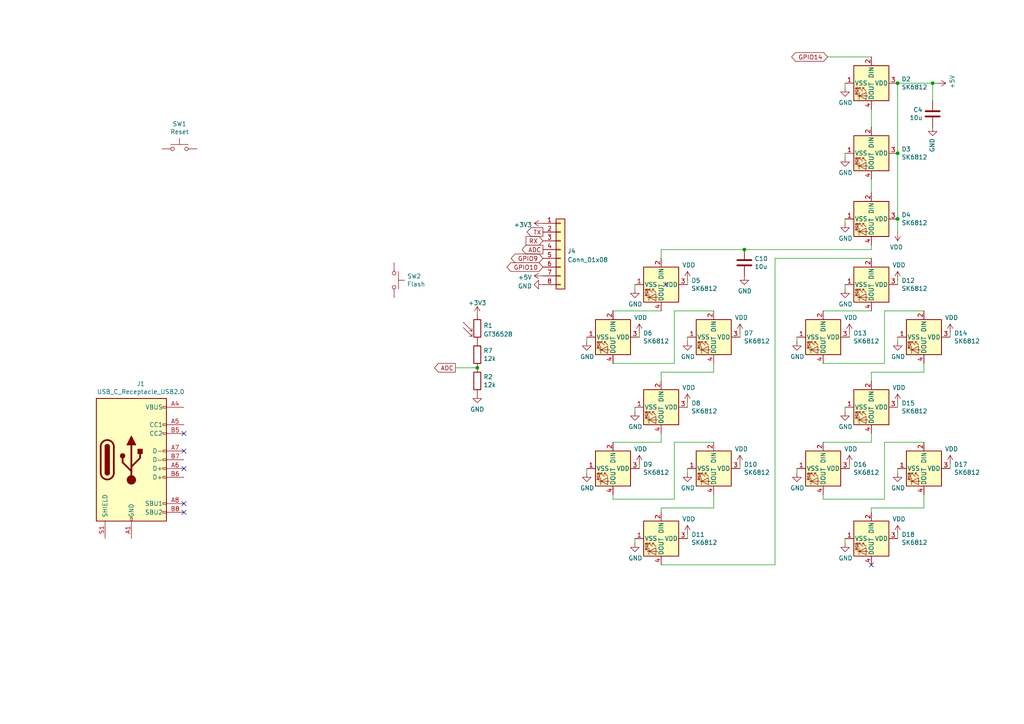
<source format=kicad_sch>
(kicad_sch (version 20211123) (generator eeschema)
  (paper "A4")
  (title_block (title "ESPriktning"))
  (lib_symbols
    (symbol "Connector:USB_C_Receptacle_USB2.0" (pin_names (offset 1.016))
      (property "Reference" "J" (at -10.16 19.05 0))
      (property "Value" "USB_C_Receptacle_USB2.0" (at 19.05 19.05 0))
      (symbol "USB_C_Receptacle_USB2.0_0_0"
        (rectangle (start -0.254 -17.78) (end 0.254 -16.764))
        (rectangle (start 10.16 -14.986) (end 9.144 -15.494))
        (rectangle (start 10.16 -12.446) (end 9.144 -12.954))
        (rectangle (start 10.16 -4.826) (end 9.144 -5.334))
        (rectangle (start 10.16 -2.286) (end 9.144 -2.794))
        (rectangle (start 10.16 0.254) (end 9.144 -0.254))
        (rectangle (start 10.16 2.794) (end 9.144 2.286))
        (rectangle (start 10.16 7.874) (end 9.144 7.366))
        (rectangle (start 10.16 10.414) (end 9.144 9.906))
        (rectangle (start 10.16 15.494) (end 9.144 14.986))
      )
      (symbol "USB_C_Receptacle_USB2.0_0_1"
        (rectangle (start -10.16 17.78) (end 10.16 -17.78) (stroke (width 0.254)) (fill (type background)))
        (arc (start -8.89 -3.81) (mid -6.985 -5.715) (end -5.08 -3.81) (stroke (width 0.508)))
        (arc (start -7.62 -3.81) (mid -6.985 -4.445) (end -6.35 -3.81) (stroke (width 0.254)))
        (arc (start -7.62 -3.81) (mid -6.985 -4.445) (end -6.35 -3.81) (stroke (width 0.254)) (fill (type outline)))
        (rectangle (start -7.62 -3.81) (end -6.35 3.81) (stroke (width 0.254)) (fill (type outline)))
        (arc (start -6.35 3.81) (mid -6.985 4.445) (end -7.62 3.81) (stroke (width 0.254)))
        (arc (start -6.35 3.81) (mid -6.985 4.445) (end -7.62 3.81) (stroke (width 0.254)) (fill (type outline)))
        (arc (start -5.08 3.81) (mid -6.985 5.715) (end -8.89 3.81) (stroke (width 0.508)))
        (circle (center -2.54 1.143) (radius 0.635) (stroke (width 0.254)) (fill (type outline)))
        (circle (center 0 -5.842) (radius 1.27) (fill (type outline)))
        (polyline (pts (xy -8.89 -3.81) (xy -8.89 3.81)) (stroke (width 0.508)))
        (polyline (pts (xy -5.08 3.81) (xy -5.08 -3.81)) (stroke (width 0.508)))
        (polyline (pts (xy 0 -5.842) (xy 0 4.318)) (stroke (width 0.508)))
        (polyline (pts (xy 0 -3.302) (xy -2.54 -0.762) (xy -2.54 0.508)) (stroke (width 0.508)))
        (polyline (pts (xy 0 -2.032) (xy 2.54 0.508) (xy 2.54 1.778)) (stroke (width 0.508)))
        (polyline (pts (xy -1.27 4.318) (xy 0 6.858) (xy 1.27 4.318) (xy -1.27 4.318)) (stroke (width 0.254)) (fill (type outline)))
        (rectangle (start 1.905 1.778) (end 3.175 3.048) (stroke (width 0.254)) (fill (type outline)))
      )
      (symbol "USB_C_Receptacle_USB2.0_1_1"
        (pin passive line (at 0 -22.86 90) (length 5.08) (name "GND") (number "A1"))
        (pin passive line (at 0 -22.86 90) (length 5.08) hide (name "GND") (number "A12"))
        (pin passive line (at 15.24 15.24 180) (length 5.08) (name "VBUS") (number "A4"))
        (pin bidirectional line (at 15.24 10.16 180) (length 5.08) (name "CC1") (number "A5"))
        (pin bidirectional line (at 15.24 -2.54 180) (length 5.08) (name "D+") (number "A6"))
        (pin bidirectional line (at 15.24 2.54 180) (length 5.08) (name "D-") (number "A7"))
        (pin bidirectional line (at 15.24 -12.7 180) (length 5.08) (name "SBU1") (number "A8"))
        (pin passive line (at 15.24 15.24 180) (length 5.08) hide (name "VBUS") (number "A9"))
        (pin passive line (at 0 -22.86 90) (length 5.08) hide (name "GND") (number "B1"))
        (pin passive line (at 0 -22.86 90) (length 5.08) hide (name "GND") (number "B12"))
        (pin passive line (at 15.24 15.24 180) (length 5.08) hide (name "VBUS") (number "B4"))
        (pin bidirectional line (at 15.24 7.62 180) (length 5.08) (name "CC2") (number "B5"))
        (pin bidirectional line (at 15.24 -5.08 180) (length 5.08) (name "D+") (number "B6"))
        (pin bidirectional line (at 15.24 0 180) (length 5.08) (name "D-") (number "B7"))
        (pin bidirectional line (at 15.24 -15.24 180) (length 5.08) (name "SBU2") (number "B8"))
        (pin passive line (at 15.24 15.24 180) (length 5.08) hide (name "VBUS") (number "B9"))
        (pin passive line (at -7.62 -22.86 90) (length 5.08) (name "SHIELD") (number "S1"))
      )
    )
    (symbol "Connector_Generic:Conn_01x08" (pin_names (offset 1.016) hide)
      (property "Reference" "J" (at 0 10.16 0))
      (property "Value" "Conn_01x08" (at 0 -12.7 0))
      (symbol "Conn_01x08_1_1"
        (rectangle (start -1.27 -10.033) (end 0 -10.287) (stroke (width 0.1524)))
        (rectangle (start -1.27 -7.493) (end 0 -7.747) (stroke (width 0.1524)))
        (rectangle (start -1.27 -4.953) (end 0 -5.207) (stroke (width 0.1524)))
        (rectangle (start -1.27 -2.413) (end 0 -2.667) (stroke (width 0.1524)))
        (rectangle (start -1.27 0.127) (end 0 -0.127) (stroke (width 0.1524)))
        (rectangle (start -1.27 2.667) (end 0 2.413) (stroke (width 0.1524)))
        (rectangle (start -1.27 5.207) (end 0 4.953) (stroke (width 0.1524)))
        (rectangle (start -1.27 7.747) (end 0 7.493) (stroke (width 0.1524)))
        (rectangle (start -1.27 8.89) (end 1.27 -11.43) (stroke (width 0.254)) (fill (type background)))
        (pin passive line (at -5.08 7.62 0) (length 3.81) (name "Pin_1") (number "1"))
        (pin passive line (at -5.08 5.08 0) (length 3.81) (name "Pin_2") (number "2"))
        (pin passive line (at -5.08 2.54 0) (length 3.81) (name "Pin_3") (number "3"))
        (pin passive line (at -5.08 0 0) (length 3.81) (name "Pin_4") (number "4"))
        (pin passive line (at -5.08 -2.54 0) (length 3.81) (name "Pin_5") (number "5"))
        (pin passive line (at -5.08 -5.08 0) (length 3.81) (name "Pin_6") (number "6"))
        (pin passive line (at -5.08 -7.62 0) (length 3.81) (name "Pin_7") (number "7"))
        (pin passive line (at -5.08 -10.16 0) (length 3.81) (name "Pin_8") (number "8"))
      )
    )
    (symbol "Device:C" (pin_numbers hide) (pin_names (offset 0.254))
      (property "Reference" "C" (at 0.635 2.54 0))
      (property "Value" "C" (at 0.635 -2.54 0))
      (symbol "C_0_1"
        (polyline (pts (xy -2.032 -0.762) (xy 2.032 -0.762)) (stroke (width 0.508)))
        (polyline (pts (xy -2.032 0.762) (xy 2.032 0.762)) (stroke (width 0.508)))
      )
      (symbol "C_1_1"
        (pin passive line (at 0 3.81 270) (length 2.794) (name "~") (number "1"))
        (pin passive line (at 0 -3.81 90) (length 2.794) (name "~") (number "2"))
      )
    )
    (symbol "Device:R" (pin_numbers hide) (pin_names (offset 0))
      (property "Reference" "R" (at 2.032 0 90))
      (property "Value" "R" (at 0 0 90))
      (symbol "R_0_1"
        (rectangle (start -1.016 -2.54) (end 1.016 2.54) (stroke (width 0.254)))
      )
      (symbol "R_1_1"
        (pin passive line (at 0 3.81 270) (length 1.27) (name "~") (number "1"))
        (pin passive line (at 0 -3.81 90) (length 1.27) (name "~") (number "2"))
      )
    )
    (symbol "Device:R_Photo" (pin_numbers hide) (pin_names (offset 0))
      (property "Reference" "R" (at 1.27 1.27 0))
      (property "Value" "R_Photo" (at 1.27 0 0))
      (symbol "R_Photo_0_1"
        (rectangle (start -1.016 2.54) (end 1.016 -2.54) (stroke (width 0.254)))
        (polyline (pts (xy -1.524 -2.286) (xy -4.064 0.254)))
        (polyline (pts (xy -1.524 -2.286) (xy -2.286 -2.286)))
        (polyline (pts (xy -1.524 -2.286) (xy -1.524 -1.524)))
        (polyline (pts (xy -1.524 -0.762) (xy -4.064 1.778)))
        (polyline (pts (xy -1.524 -0.762) (xy -2.286 -0.762)))
        (polyline (pts (xy -1.524 -0.762) (xy -1.524 0)))
      )
      (symbol "R_Photo_1_1"
        (pin passive line (at 0 3.81 270) (length 1.27) (name "~") (number "1"))
        (pin passive line (at 0 -3.81 90) (length 1.27) (name "~") (number "2"))
      )
    )
    (symbol "LED:SK6812" (pin_names (offset 0.254))
      (property "Reference" "D" (at 5.08 5.715 0))
      (property "Value" "SK6812" (at 1.27 -5.715 0))
      (symbol "SK6812_0_0"
        (text "RGB" (at 2.286 -4.191 0) (effects (font (size 0.762 0.762))))
      )
      (symbol "SK6812_0_1"
        (polyline (pts (xy 1.27 -3.556) (xy 1.778 -3.556)))
        (polyline (pts (xy 1.27 -2.54) (xy 1.778 -2.54)))
        (polyline (pts (xy 4.699 -3.556) (xy 2.667 -3.556)))
        (polyline (pts (xy 2.286 -2.54) (xy 1.27 -3.556) (xy 1.27 -3.048)))
        (polyline (pts (xy 2.286 -1.524) (xy 1.27 -2.54) (xy 1.27 -2.032)))
        (polyline (pts (xy 3.683 -1.016) (xy 3.683 -3.556) (xy 3.683 -4.064)))
        (polyline (pts (xy 4.699 -1.524) (xy 2.667 -1.524) (xy 3.683 -3.556) (xy 4.699 -1.524)))
        (rectangle (start 5.08 5.08) (end -5.08 -5.08) (stroke (width 0.254)) (fill (type background)))
      )
      (symbol "SK6812_1_1"
        (pin power_in line (at 0 -7.62 90) (length 2.54) (name "VSS") (number "1"))
        (pin input line (at -7.62 0 0) (length 2.54) (name "DIN") (number "2"))
        (pin power_in line (at 0 7.62 270) (length 2.54) (name "VDD") (number "3"))
        (pin output line (at 7.62 0 180) (length 2.54) (name "DOUT") (number "4"))
      )
    )
    (symbol "Switch:SW_Push" (pin_numbers hide) (pin_names (offset 1.016) hide)
      (property "Reference" "SW" (at 1.27 2.54 0))
      (property "Value" "SW_Push" (at 0 -1.524 0))
      (symbol "SW_Push_0_1"
        (circle (center -2.032 0) (radius 0.508))
        (polyline (pts (xy 0 1.27) (xy 0 3.048)))
        (polyline (pts (xy 2.54 1.27) (xy -2.54 1.27)))
        (circle (center 2.032 0) (radius 0.508))
        (pin passive line (at -5.08 0 0) (length 2.54) (name "1") (number "1"))
        (pin passive line (at 5.08 0 180) (length 2.54) (name "2") (number "2"))
      )
    )
    (symbol "power:+3.3V" (power) (pin_names (offset 0))
      (property "Value" "+3.3V" (at 0 3.556 0))
      (symbol "+3.3V_0_1"
        (polyline (pts (xy -0.762 1.27) (xy 0 2.54)))
        (polyline (pts (xy 0 0) (xy 0 2.54)))
        (polyline (pts (xy 0 2.54) (xy 0.762 1.27)))
      )
      (symbol "+3.3V_1_1"
        (pin power_in line (at 0 0 90) (length 0) hide (name "+3V3") (number "1"))
      )
    )
    (symbol "power:+5V" (power) (pin_names (offset 0))
      (property "Value" "+5V" (at 0 3.556 0))
      (symbol "+5V_0_1"
        (polyline (pts (xy -0.762 1.27) (xy 0 2.54)))
        (polyline (pts (xy 0 0) (xy 0 2.54)))
        (polyline (pts (xy 0 2.54) (xy 0.762 1.27)))
      )
      (symbol "+5V_1_1"
        (pin power_in line (at 0 0 90) (length 0) hide (name "+5V") (number "1"))
      )
    )
    (symbol "power:GND" (power) (pin_names (offset 0))
      (property "Value" "GND" (at 0 -3.81 0))
      (symbol "GND_0_1"
        (polyline (pts (xy 0 0) (xy 0 -1.27) (xy 1.27 -1.27) (xy 0 -2.54) (xy -1.27 -1.27) (xy 0 -1.27)))
      )
      (symbol "GND_1_1"
        (pin power_in line (at 0 0 270) (length 0) hide (name "GND") (number "1"))
      )
    )
    (symbol "power:VDD" (power) (pin_names (offset 0))
      (property "Value" "VDD" (at 0 3.81 0))
      (symbol "VDD_0_1"
        (polyline (pts (xy -0.762 1.27) (xy 0 2.54)))
        (polyline (pts (xy 0 0) (xy 0 2.54)))
        (polyline (pts (xy 0 2.54) (xy 0.762 1.27)))
      )
      (symbol "VDD_1_1"
        (pin power_in line (at 0 0 90) (length 0) hide (name "VDD") (number "1"))
      )
    )
  )
  (junction (at 138.43 106.68))
  (junction (at 260.35 63.5))
  (junction (at 270.51 24.13))
  (junction (at 260.35 24.13))
  (junction (at 260.35 44.45))
  (junction (at 215.9 72.39))
  (no_connect (at 53.34 125.73))
  (no_connect (at 53.34 148.59))
  (no_connect (at 252.73 163.83))
  (no_connect (at 53.34 130.81))
  (no_connect (at 53.34 135.89))
  (no_connect (at 193.04 82.55))
  (no_connect (at 53.34 146.05))
  (wire (pts (xy 195.58 90.17) (xy 207.01 90.17)))
  (wire (pts (xy 214.63 97.79) (xy 214.63 96.52)))
  (wire (pts (xy 214.63 135.89) (xy 214.63 134.62)))
  (wire (pts (xy 252.73 147.32) (xy 252.73 148.59)))
  (wire (pts (xy 191.77 107.95) (xy 191.77 110.49)))
  (wire (pts (xy 191.77 125.73) (xy 191.77 128.27)))
  (wire (pts (xy 132.08 106.68) (xy 138.43 106.68)))
  (wire (pts (xy 252.73 72.39) (xy 215.9 72.39)))
  (wire (pts (xy 224.79 163.83) (xy 224.79 74.93)))
  (wire (pts (xy 170.18 97.79) (xy 170.18 99.06)))
  (wire (pts (xy 207.01 143.51) (xy 207.01 147.32)))
  (wire (pts (xy 231.14 97.79) (xy 231.14 99.06)))
  (wire (pts (xy 238.76 144.78) (xy 256.54 144.78)))
  (wire (pts (xy 185.42 97.79) (xy 185.42 96.52)))
  (wire (pts (xy 267.97 105.41) (xy 267.97 107.95)))
  (wire (pts (xy 238.76 105.41) (xy 256.54 105.41)))
  (wire (pts (xy 195.58 144.78) (xy 195.58 128.27)))
  (wire (pts (xy 170.18 137.16) (xy 170.18 135.89)))
  (wire (pts (xy 245.11 83.82) (xy 245.11 82.55)))
  (wire (pts (xy 260.35 82.55) (xy 260.35 81.28)))
  (wire (pts (xy 199.39 97.79) (xy 199.39 99.06)))
  (wire (pts (xy 245.11 45.72) (xy 245.11 44.45)))
  (wire (pts (xy 195.58 144.78) (xy 177.8 144.78)))
  (wire (pts (xy 256.54 128.27) (xy 267.97 128.27)))
  (wire (pts (xy 195.58 105.41) (xy 195.58 90.17)))
  (wire (pts (xy 191.77 163.83) (xy 224.79 163.83)))
  (wire (pts (xy 246.38 97.79) (xy 246.38 96.52)))
  (wire (pts (xy 260.35 24.13) (xy 260.35 44.45)))
  (wire (pts (xy 252.73 71.12) (xy 252.73 72.39)))
  (wire (pts (xy 252.73 125.73) (xy 252.73 128.27)))
  (wire (pts (xy 256.54 144.78) (xy 256.54 128.27)))
  (wire (pts (xy 245.11 64.77) (xy 245.11 63.5)))
  (wire (pts (xy 177.8 143.51) (xy 177.8 144.78)))
  (wire (pts (xy 252.73 55.88) (xy 252.73 52.07)))
  (wire (pts (xy 191.77 90.17) (xy 177.8 90.17)))
  (wire (pts (xy 260.35 137.16) (xy 260.35 135.89)))
  (wire (pts (xy 224.79 74.93) (xy 252.73 74.93)))
  (wire (pts (xy 275.59 97.79) (xy 275.59 96.52)))
  (wire (pts (xy 240.03 16.51) (xy 252.73 16.51)))
  (wire (pts (xy 267.97 143.51) (xy 267.97 147.32)))
  (wire (pts (xy 184.15 157.48) (xy 184.15 156.21)))
  (wire (pts (xy 185.42 135.89) (xy 185.42 134.62)))
  (wire (pts (xy 215.9 72.39) (xy 191.77 72.39)))
  (wire (pts (xy 252.73 128.27) (xy 238.76 128.27)))
  (wire (pts (xy 246.38 135.89) (xy 246.38 134.62)))
  (wire (pts (xy 184.15 83.82) (xy 184.15 82.55)))
  (wire (pts (xy 207.01 107.95) (xy 191.77 107.95)))
  (wire (pts (xy 252.73 90.17) (xy 238.76 90.17)))
  (wire (pts (xy 245.11 25.4) (xy 245.11 24.13)))
  (wire (pts (xy 184.15 119.38) (xy 184.15 118.11)))
  (wire (pts (xy 207.01 105.41) (xy 207.01 107.95)))
  (wire (pts (xy 260.35 156.21) (xy 260.35 154.94)))
  (wire (pts (xy 260.35 24.13) (xy 270.51 24.13)))
  (wire (pts (xy 275.59 135.89) (xy 275.59 134.62)))
  (wire (pts (xy 199.39 82.55) (xy 199.39 81.28)))
  (wire (pts (xy 256.54 90.17) (xy 267.97 90.17)))
  (wire (pts (xy 191.77 128.27) (xy 177.8 128.27)))
  (wire (pts (xy 195.58 128.27) (xy 207.01 128.27)))
  (wire (pts (xy 260.35 44.45) (xy 260.35 63.5)))
  (wire (pts (xy 260.35 118.11) (xy 260.35 116.84)))
  (wire (pts (xy 199.39 137.16) (xy 199.39 135.89)))
  (wire (pts (xy 252.73 107.95) (xy 252.73 110.49)))
  (wire (pts (xy 199.39 118.11) (xy 199.39 116.84)))
  (wire (pts (xy 199.39 156.21) (xy 199.39 154.94)))
  (wire (pts (xy 191.77 147.32) (xy 191.77 148.59)))
  (wire (pts (xy 270.51 24.13) (xy 271.78 24.13)))
  (wire (pts (xy 256.54 105.41) (xy 256.54 90.17)))
  (wire (pts (xy 267.97 107.95) (xy 252.73 107.95)))
  (wire (pts (xy 267.97 147.32) (xy 252.73 147.32)))
  (wire (pts (xy 245.11 119.38) (xy 245.11 118.11)))
  (wire (pts (xy 191.77 72.39) (xy 191.77 74.93)))
  (wire (pts (xy 177.8 105.41) (xy 195.58 105.41)))
  (wire (pts (xy 207.01 147.32) (xy 191.77 147.32)))
  (wire (pts (xy 252.73 36.83) (xy 252.73 31.75)))
  (wire (pts (xy 231.14 137.16) (xy 231.14 135.89)))
  (wire (pts (xy 245.11 157.48) (xy 245.11 156.21)))
  (wire (pts (xy 238.76 143.51) (xy 238.76 144.78)))
  (wire (pts (xy 260.35 63.5) (xy 260.35 67.31)))
  (wire (pts (xy 260.35 97.79) (xy 260.35 99.06)))
  (wire (pts (xy 270.51 29.21) (xy 270.51 24.13)))
  (global_label "GPIO10" (shape bidirectional) (at 157.48 77.47 180) (property "Intersheet References" "${INTERSHEET_REFS}" (effects hide)))
  (global_label "GPIO14" (shape bidirectional) (at 240.03 16.51 180) (property "Intersheet References" "${INTERSHEET_REFS}" (effects hide)))
  (global_label "ADC" (shape output) (at 157.48 72.39 180) (property "Intersheet References" "${INTERSHEET_REFS}" (effects hide)))
  (global_label "TX" (shape output) (at 157.48 67.31 180) (property "Intersheet References" "${INTERSHEET_REFS}" (effects hide)))
  (global_label "ADC" (shape output) (at 132.08 106.68 180) (property "Intersheet References" "${INTERSHEET_REFS}" (effects hide)))
  (global_label "RX" (shape input) (at 157.48 69.85 180) (property "Intersheet References" "${INTERSHEET_REFS}" (effects hide)))
  (global_label "GPIO9" (shape bidirectional) (at 157.48 74.93 180) (property "Intersheet References" "${INTERSHEET_REFS}" (effects hide)))
  (symbol (lib_id "power:GND") (at 270.51 36.83 0) (mirror y) (unit 1)
    (property "Reference" "#PWR047" (effects hide))
    (property "Value" "GND" (at 270.383 40.0812 90) (effects (justify right)))
  )
  (symbol (lib_id "Switch:SW_Push") (at 114.3 81.28 270) (unit 1)
    (property "Reference" "SW2" (at 118.0592 80.1116 90) (effects (justify left)))
    (property "Value" "Flash" (at 118.0592 82.423 90) (effects (justify left)))
    (property "Footprint" "Connector_PinHeader_1.00mm:PinHeader_1x02_P1.00mm_Vertical" (effects hide))
  )
  (symbol (lib_id "Switch:SW_Push") (at 52.07 43.18 0) (unit 1)
    (property "Reference" "SW1" (at 52.07 35.941 0))
    (property "Value" "Reset" (at 52.07 38.2524 0))
    (property "Footprint" "Connector_PinHeader_1.00mm:PinHeader_1x02_P1.00mm_Vertical" (effects hide))
  )
  (symbol (lib_id "Connector:USB_C_Receptacle_USB2.0") (at 38.1 133.35 0) (unit 1)
    (property "Reference" "J1" (at 40.8178 111.3282 0))
    (property "Value" "USB_C_Receptacle_USB2.0" (at 40.8178 113.6396 0))
    (property "Footprint" "espriktning:usb-c-vertical-8" (effects hide))
    (property "Datasheet" "https://www.usb.org/sites/default/files/documents/usb_type-c.zip" (effects hide))
    (property "LCSC" "C2908199" (effects hide))
  )
  (symbol (lib_id "power:+5V") (at 271.78 24.13 270) (mirror x) (unit 1)
    (property "Reference" "#PWR050" (effects hide))
    (property "Value" "+5V" (at 276.1742 23.749 0))
  )
  (symbol (lib_id "Device:C") (at 270.51 33.02 0) (mirror y) (unit 1)
    (property "Reference" "C4" (at 267.589 31.8516 0) (effects (justify left)))
    (property "Value" "10u" (at 267.589 34.163 0) (effects (justify left)))
    (property "Footprint" "Capacitor_SMD:C_1206_3216Metric" (effects hide))
    (property "LCSC" "C9807" (effects hide))
  )
  (symbol (lib_id "LED:SK6812") (at 252.73 63.5 270) (unit 1)
    (property "Reference" "D4" (at 261.4676 62.3316 90) (effects (justify left)))
    (property "Value" "SK6812" (at 261.4676 64.643 90) (effects (justify left)))
    (property "Footprint" "espriktning:SK6812D-EC3210R" (effects hide))
    (property "Datasheet" "https://cdn-shop.adafruit.com/product-files/1138/SK6812+LED+datasheet+.pdf" (effects hide))
    (property "LCSC" "C2890041" (effects hide))
  )
  (symbol (lib_id "power:GND") (at 245.11 25.4 0) (unit 1)
    (property "Reference" "#PWR033" (effects hide))
    (property "Value" "GND" (at 245.237 29.7942 0))
  )
  (symbol (lib_id "power:GND") (at 245.11 45.72 0) (unit 1)
    (property "Reference" "#PWR034" (effects hide))
    (property "Value" "GND" (at 245.237 50.1142 0))
  )
  (symbol (lib_id "power:GND") (at 245.11 64.77 0) (unit 1)
    (property "Reference" "#PWR035" (effects hide))
    (property "Value" "GND" (at 245.237 69.1642 0))
  )
  (symbol (lib_id "power:VDD") (at 260.35 67.31 180) (unit 1)
    (property "Reference" "#PWR041" (effects hide))
    (property "Value" "VDD" (at 259.969 71.7042 0))
  )
  (symbol (lib_id "power:VDD") (at 199.39 81.28 0) (unit 1)
    (property "Reference" "#PWR024" (effects hide))
    (property "Value" "VDD" (at 199.771 76.8858 0))
  )
  (symbol (lib_id "power:VDD") (at 185.42 96.52 0) (unit 1)
    (property "Reference" "#PWR023" (effects hide))
    (property "Value" "VDD" (at 185.801 92.1258 0))
  )
  (symbol (lib_id "power:GND") (at 184.15 83.82 0) (unit 1)
    (property "Reference" "#PWR019" (effects hide))
    (property "Value" "GND" (at 184.277 88.2142 0))
  )
  (symbol (lib_id "power:GND") (at 199.39 99.06 0) (unit 1)
    (property "Reference" "#PWR025" (effects hide))
    (property "Value" "GND" (at 199.517 103.4542 0))
  )
  (symbol (lib_id "power:GND") (at 170.18 99.06 0) (unit 1)
    (property "Reference" "#PWR018" (effects hide))
    (property "Value" "GND" (at 170.307 103.4542 0))
  )
  (symbol (lib_id "LED:SK6812") (at 252.73 44.45 270) (unit 1)
    (property "Reference" "D3" (at 261.4676 43.2816 90) (effects (justify left)))
    (property "Value" "SK6812" (at 261.4676 45.593 90) (effects (justify left)))
    (property "Footprint" "espriktning:SK6812D-EC3210R" (effects hide))
    (property "Datasheet" "https://cdn-shop.adafruit.com/product-files/1138/SK6812+LED+datasheet+.pdf" (effects hide))
    (property "LCSC" "C2890041" (effects hide))
  )
  (symbol (lib_id "power:GND") (at 184.15 119.38 0) (unit 1)
    (property "Reference" "#PWR020" (effects hide))
    (property "Value" "GND" (at 184.277 123.7742 0))
  )
  (symbol (lib_id "power:VDD") (at 214.63 96.52 0) (unit 1)
    (property "Reference" "#PWR029" (effects hide))
    (property "Value" "VDD" (at 215.011 92.1258 0))
  )
  (symbol (lib_id "power:GND") (at 170.18 137.16 0) (unit 1)
    (property "Reference" "#PWR017" (effects hide))
    (property "Value" "GND" (at 170.307 141.5542 0))
  )
  (symbol (lib_id "power:VDD") (at 199.39 116.84 0) (unit 1)
    (property "Reference" "#PWR026" (effects hide))
    (property "Value" "VDD" (at 199.771 112.4458 0))
  )
  (symbol (lib_id "power:GND") (at 199.39 137.16 0) (unit 1)
    (property "Reference" "#PWR027" (effects hide))
    (property "Value" "GND" (at 199.517 141.5542 0))
  )
  (symbol (lib_id "power:GND") (at 184.15 157.48 0) (unit 1)
    (property "Reference" "#PWR022" (effects hide))
    (property "Value" "GND" (at 184.277 161.8742 0))
  )
  (symbol (lib_id "power:VDD") (at 185.42 134.62 0) (unit 1)
    (property "Reference" "#PWR021" (effects hide))
    (property "Value" "VDD" (at 185.801 130.2258 0))
  )
  (symbol (lib_id "power:VDD") (at 214.63 134.62 0) (unit 1)
    (property "Reference" "#PWR030" (effects hide))
    (property "Value" "VDD" (at 215.011 130.2258 0))
  )
  (symbol (lib_id "power:VDD") (at 199.39 154.94 0) (unit 1)
    (property "Reference" "#PWR028" (effects hide))
    (property "Value" "VDD" (at 199.771 150.5458 0))
  )
  (symbol (lib_id "power:GND") (at 245.11 83.82 0) (unit 1)
    (property "Reference" "#PWR036" (effects hide))
    (property "Value" "GND" (at 245.237 88.2142 0))
  )
  (symbol (lib_id "power:GND") (at 260.35 99.06 0) (unit 1)
    (property "Reference" "#PWR043" (effects hide))
    (property "Value" "GND" (at 260.477 103.4542 0))
  )
  (symbol (lib_id "power:GND") (at 231.14 99.06 0) (unit 1)
    (property "Reference" "#PWR032" (effects hide))
    (property "Value" "GND" (at 231.267 103.4542 0))
  )
  (symbol (lib_id "power:GND") (at 245.11 119.38 0) (unit 1)
    (property "Reference" "#PWR037" (effects hide))
    (property "Value" "GND" (at 245.237 123.7742 0))
  )
  (symbol (lib_id "power:GND") (at 231.14 137.16 0) (unit 1)
    (property "Reference" "#PWR031" (effects hide))
    (property "Value" "GND" (at 231.267 141.5542 0))
  )
  (symbol (lib_id "power:GND") (at 260.35 137.16 0) (unit 1)
    (property "Reference" "#PWR045" (effects hide))
    (property "Value" "GND" (at 260.477 141.5542 0))
  )
  (symbol (lib_id "power:GND") (at 245.11 157.48 0) (unit 1)
    (property "Reference" "#PWR039" (effects hide))
    (property "Value" "GND" (at 245.237 161.8742 0))
  )
  (symbol (lib_id "LED:SK6812") (at 267.97 97.79 270) (unit 1)
    (property "Reference" "D14" (at 276.7076 96.6216 90) (effects (justify left)))
    (property "Value" "SK6812" (at 276.7076 98.933 90) (effects (justify left)))
    (property "Footprint" "espriktning:SK6812D-EC3210R" (effects hide))
    (property "Datasheet" "https://cdn-shop.adafruit.com/product-files/1138/SK6812+LED+datasheet+.pdf" (effects hide))
    (property "LCSC" "C2890041" (effects hide))
  )
  (symbol (lib_id "LED:SK6812") (at 207.01 135.89 270) (unit 1)
    (property "Reference" "D10" (at 215.7476 134.7216 90) (effects (justify left)))
    (property "Value" "SK6812" (at 215.7476 137.033 90) (effects (justify left)))
    (property "Footprint" "espriktning:SK6812D-EC3210R" (effects hide))
    (property "Datasheet" "https://cdn-shop.adafruit.com/product-files/1138/SK6812+LED+datasheet+.pdf" (effects hide))
    (property "LCSC" "C2890041" (effects hide))
  )
  (symbol (lib_id "LED:SK6812") (at 267.97 135.89 270) (unit 1)
    (property "Reference" "D17" (at 276.7076 134.7216 90) (effects (justify left)))
    (property "Value" "SK6812" (at 276.7076 137.033 90) (effects (justify left)))
    (property "Footprint" "espriktning:SK6812D-EC3210R" (effects hide))
    (property "Datasheet" "https://cdn-shop.adafruit.com/product-files/1138/SK6812+LED+datasheet+.pdf" (effects hide))
    (property "LCSC" "C2890041" (effects hide))
  )
  (symbol (lib_id "LED:SK6812") (at 252.73 118.11 270) (unit 1)
    (property "Reference" "D15" (at 261.4676 116.9416 90) (effects (justify left)))
    (property "Value" "SK6812" (at 261.4676 119.253 90) (effects (justify left)))
    (property "Footprint" "espriktning:SK6812D-EC3210R" (effects hide))
    (property "Datasheet" "https://cdn-shop.adafruit.com/product-files/1138/SK6812+LED+datasheet+.pdf" (effects hide))
    (property "LCSC" "C2890041" (effects hide))
  )
  (symbol (lib_id "LED:SK6812") (at 252.73 156.21 270) (unit 1)
    (property "Reference" "D18" (at 261.4676 155.0416 90) (effects (justify left)))
    (property "Value" "SK6812" (at 261.4676 157.353 90) (effects (justify left)))
    (property "Footprint" "espriktning:SK6812D-EC3210R" (effects hide))
    (property "Datasheet" "https://cdn-shop.adafruit.com/product-files/1138/SK6812+LED+datasheet+.pdf" (effects hide))
    (property "LCSC" "C2890041" (effects hide))
  )
  (symbol (lib_id "LED:SK6812") (at 177.8 135.89 270) (unit 1)
    (property "Reference" "D9" (at 186.5376 134.7216 90) (effects (justify left)))
    (property "Value" "SK6812" (at 186.5376 137.033 90) (effects (justify left)))
    (property "Footprint" "espriktning:SK6812D-EC3210R" (effects hide))
    (property "Datasheet" "https://cdn-shop.adafruit.com/product-files/1138/SK6812+LED+datasheet+.pdf" (effects hide))
    (property "LCSC" "C2890041" (effects hide))
  )
  (symbol (lib_id "LED:SK6812") (at 238.76 135.89 270) (unit 1)
    (property "Reference" "D16" (at 247.4976 134.7216 90) (effects (justify left)))
    (property "Value" "SK6812" (at 247.4976 137.033 90) (effects (justify left)))
    (property "Footprint" "espriktning:SK6812D-EC3210R" (effects hide))
    (property "Datasheet" "https://cdn-shop.adafruit.com/product-files/1138/SK6812+LED+datasheet+.pdf" (effects hide))
    (property "LCSC" "C2890041" (effects hide))
  )
  (symbol (lib_id "power:VDD") (at 246.38 96.52 0) (unit 1)
    (property "Reference" "#PWR040" (effects hide))
    (property "Value" "VDD" (at 246.761 92.1258 0))
  )
  (symbol (lib_id "power:VDD") (at 275.59 96.52 0) (unit 1)
    (property "Reference" "#PWR048" (effects hide))
    (property "Value" "VDD" (at 275.971 92.1258 0))
  )
  (symbol (lib_id "power:VDD") (at 260.35 116.84 0) (unit 1)
    (property "Reference" "#PWR044" (effects hide))
    (property "Value" "VDD" (at 260.731 112.4458 0))
  )
  (symbol (lib_id "power:VDD") (at 246.38 134.62 0) (unit 1)
    (property "Reference" "#PWR038" (effects hide))
    (property "Value" "VDD" (at 246.761 130.2258 0))
  )
  (symbol (lib_id "power:VDD") (at 275.59 134.62 0) (unit 1)
    (property "Reference" "#PWR049" (effects hide))
    (property "Value" "VDD" (at 275.971 130.2258 0))
  )
  (symbol (lib_id "power:VDD") (at 260.35 154.94 0) (unit 1)
    (property "Reference" "#PWR046" (effects hide))
    (property "Value" "VDD" (at 260.731 150.5458 0))
  )
  (symbol (lib_id "LED:SK6812") (at 207.01 97.79 270) (unit 1)
    (property "Reference" "D7" (at 215.7476 96.6216 90) (effects (justify left)))
    (property "Value" "SK6812" (at 215.7476 98.933 90) (effects (justify left)))
    (property "Footprint" "espriktning:SK6812D-EC3210R" (effects hide))
    (property "Datasheet" "https://cdn-shop.adafruit.com/product-files/1138/SK6812+LED+datasheet+.pdf" (effects hide))
    (property "LCSC" "C2890041" (effects hide))
  )
  (symbol (lib_id "power:VDD") (at 260.35 81.28 0) (unit 1)
    (property "Reference" "#PWR042" (effects hide))
    (property "Value" "VDD" (at 260.731 76.8858 0))
  )
  (symbol (lib_id "LED:SK6812") (at 238.76 97.79 270) (unit 1)
    (property "Reference" "D13" (at 247.4976 96.6216 90) (effects (justify left)))
    (property "Value" "SK6812" (at 247.4976 98.933 90) (effects (justify left)))
    (property "Footprint" "espriktning:SK6812D-EC3210R" (effects hide))
    (property "Datasheet" "https://cdn-shop.adafruit.com/product-files/1138/SK6812+LED+datasheet+.pdf" (effects hide))
    (property "LCSC" "C2890041" (effects hide))
  )
  (symbol (lib_id "LED:SK6812") (at 252.73 82.55 270) (unit 1)
    (property "Reference" "D12" (at 261.4676 81.3816 90) (effects (justify left)))
    (property "Value" "SK6812" (at 261.4676 83.693 90) (effects (justify left)))
    (property "Footprint" "espriktning:SK6812D-EC3210R" (effects hide))
    (property "Datasheet" "https://cdn-shop.adafruit.com/product-files/1138/SK6812+LED+datasheet+.pdf" (effects hide))
    (property "LCSC" "C2890041" (effects hide))
  )
  (symbol (lib_id "LED:SK6812") (at 191.77 82.55 270) (unit 1)
    (property "Reference" "D5" (at 200.5076 81.3816 90) (effects (justify left)))
    (property "Value" "SK6812" (at 200.5076 83.693 90) (effects (justify left)))
    (property "Footprint" "espriktning:SK6812D-EC3210R" (effects hide))
    (property "Datasheet" "https://cdn-shop.adafruit.com/product-files/1138/SK6812+LED+datasheet+.pdf" (effects hide))
    (property "LCSC" "C2890041" (effects hide))
  )
  (symbol (lib_id "LED:SK6812") (at 191.77 156.21 270) (unit 1)
    (property "Reference" "D11" (at 200.5076 155.0416 90) (effects (justify left)))
    (property "Value" "SK6812" (at 200.5076 157.353 90) (effects (justify left)))
    (property "Footprint" "espriktning:SK6812D-EC3210R" (effects hide))
    (property "Datasheet" "https://cdn-shop.adafruit.com/product-files/1138/SK6812+LED+datasheet+.pdf" (effects hide))
    (property "LCSC" "C2890041" (effects hide))
  )
  (symbol (lib_id "LED:SK6812") (at 191.77 118.11 270) (unit 1)
    (property "Reference" "D8" (at 200.5076 116.9416 90) (effects (justify left)))
    (property "Value" "SK6812" (at 200.5076 119.253 90) (effects (justify left)))
    (property "Footprint" "espriktning:SK6812D-EC3210R" (effects hide))
    (property "Datasheet" "https://cdn-shop.adafruit.com/product-files/1138/SK6812+LED+datasheet+.pdf" (effects hide))
    (property "LCSC" "C2890041" (effects hide))
  )
  (symbol (lib_id "LED:SK6812") (at 252.73 24.13 270) (unit 1)
    (property "Reference" "D2" (at 261.4676 22.9616 90) (effects (justify left)))
    (property "Value" "SK6812" (at 261.4676 25.273 90) (effects (justify left)))
    (property "Footprint" "espriktning:SK6812D-EC3210R" (effects hide))
    (property "Datasheet" "https://cdn-shop.adafruit.com/product-files/1138/SK6812+LED+datasheet+.pdf" (effects hide))
    (property "LCSC" "C2890041" (effects hide))
  )
  (symbol (lib_id "LED:SK6812") (at 177.8 97.79 270) (unit 1)
    (property "Reference" "D6" (at 186.5376 96.6216 90) (effects (justify left)))
    (property "Value" "SK6812" (at 186.5376 98.933 90) (effects (justify left)))
    (property "Footprint" "espriktning:SK6812D-EC3210R" (effects hide))
    (property "Datasheet" "https://cdn-shop.adafruit.com/product-files/1138/SK6812+LED+datasheet+.pdf" (effects hide))
    (property "LCSC" "C2890041" (effects hide))
  )
  (symbol (lib_id "power:+5V") (at 157.48 80.01 90) (unit 1)
    (property "Reference" "#PWR0115" (effects hide))
    (property "Value" "+5V" (at 154.3051 80.4438 90) (effects (justify left)))
  )
  (symbol (lib_id "power:+3.3V") (at 138.43 91.44 0) (unit 1)
    (property "Reference" "#PWR03" (effects hide))
    (property "Value" "+3.3V" (at 138.43 87.8642 0))
  )
  (symbol (lib_id "Device:C") (at 215.9 76.2 0) (unit 1)
    (property "Reference" "C10" (at 218.821 75.0316 0) (effects (justify left)))
    (property "Value" "10u" (at 218.821 77.343 0) (effects (justify left)))
    (property "Footprint" "Capacitor_SMD:C_1206_3216Metric" (effects hide))
    (property "LCSC" "C9807" (effects hide))
  )
  (symbol (lib_id "power:GND") (at 215.9 80.01 0) (unit 1)
    (property "Reference" "#PWR01" (effects hide))
    (property "Value" "GND" (at 216.027 84.4042 0))
  )
  (symbol (lib_id "Device:R") (at 138.43 102.87 0) (unit 1)
    (property "Reference" "R7" (at 140.208 101.7016 0) (effects (justify left)))
    (property "Value" "12k" (at 140.208 104.013 0) (effects (justify left)))
    (property "Footprint" "Resistor_SMD:R_0603_1608Metric" (effects hide))
    (property "LCSC" "C98220" (effects hide))
  )
  (symbol (lib_id "power:GND") (at 138.43 114.3 0) (unit 1)
    (property "Reference" "#PWR0112" (effects hide))
    (property "Value" "GND" (at 138.43 118.7434 0))
  )
  (symbol (lib_id "Device:R_Photo") (at 138.43 95.25 0) (unit 1)
    (property "Reference" "R1" (at 140.208 94.4153 0) (effects (justify left)))
    (property "Value" "GT36528" (at 140.208 96.9522 0) (effects (justify left)))
    (property "Footprint" "Resistor_SMD:R_1210_3225Metric" (effects hide))
    (property "LCSC" "C2904881" (effects hide))
  )
  (symbol (lib_id "power:+3.3V") (at 157.48 64.77 90) (unit 1)
    (property "Reference" "#PWR0113" (effects hide))
    (property "Value" "+3.3V" (at 154.305 65.2038 90) (effects (justify left)))
  )
  (symbol (lib_id "power:GND") (at 157.48 82.55 270) (unit 1)
    (property "Reference" "#PWR0114" (effects hide))
    (property "Value" "GND" (at 154.3051 82.9838 90) (effects (justify right)))
  )
  (symbol (lib_id "Device:R") (at 138.43 110.49 0) (unit 1)
    (property "Reference" "R2" (at 140.208 109.3216 0) (effects (justify left)))
    (property "Value" "12k" (at 140.208 111.633 0) (effects (justify left)))
    (property "Footprint" "Resistor_SMD:R_0603_1608Metric" (effects hide))
    (property "LCSC" "C98220" (effects hide))
  )
  (symbol (lib_id "Connector_Generic:Conn_01x08") (at 162.56 72.39 0) (unit 1)
    (property "Reference" "J4" (at 164.592 72.8253 0) (effects (justify left)))
    (property "Value" "Conn_01x08" (at 164.592 75.3622 0) (effects (justify left)))
    (property "Footprint" "Connector_PinSocket_1.00mm:PinSocket_1x08_P1.00mm_Vertical" (effects hide))
  )
)
</source>
